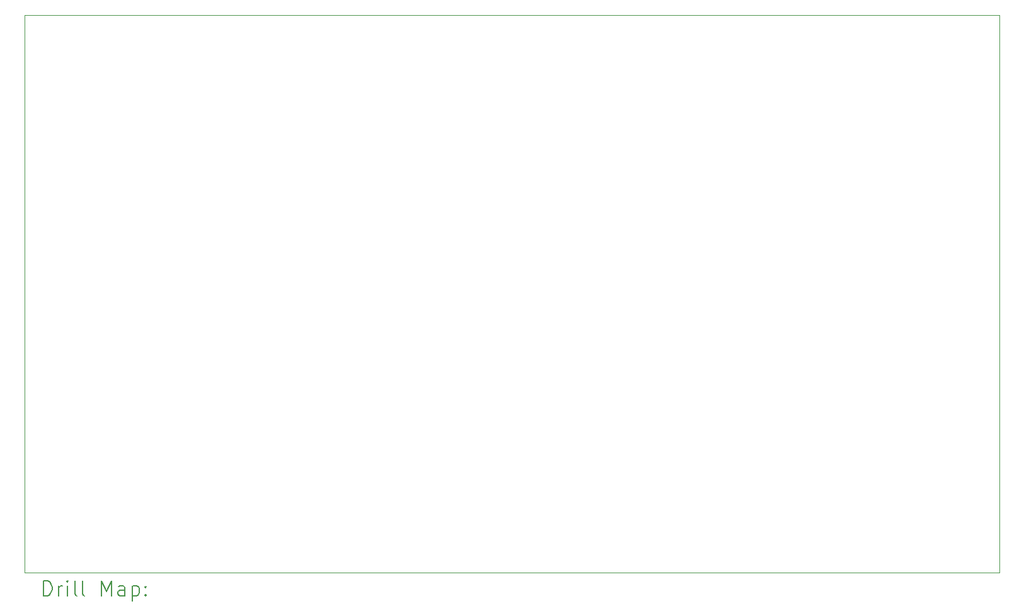
<source format=gbr>
%FSLAX45Y45*%
G04 Gerber Fmt 4.5, Leading zero omitted, Abs format (unit mm)*
G04 Created by KiCad (PCBNEW (6.0.0)) date 2022-01-24 11:55:10*
%MOMM*%
%LPD*%
G01*
G04 APERTURE LIST*
%TA.AperFunction,Profile*%
%ADD10C,0.050000*%
%TD*%
%ADD11C,0.200000*%
G04 APERTURE END LIST*
D10*
X7661000Y-11493715D02*
X7661000Y-3993715D01*
X7661000Y-11493715D02*
X8757000Y-11493715D01*
X20757000Y-11493715D02*
X8757000Y-11493715D01*
X7661000Y-3993715D02*
X8757000Y-3993715D01*
X8757000Y-3993715D02*
X20757000Y-3993715D01*
X20757000Y-3993715D02*
X20757000Y-11493715D01*
D11*
X7916119Y-11806691D02*
X7916119Y-11606691D01*
X7963738Y-11606691D01*
X7992309Y-11616215D01*
X8011357Y-11635263D01*
X8020881Y-11654311D01*
X8030405Y-11692406D01*
X8030405Y-11720977D01*
X8020881Y-11759072D01*
X8011357Y-11778120D01*
X7992309Y-11797168D01*
X7963738Y-11806691D01*
X7916119Y-11806691D01*
X8116119Y-11806691D02*
X8116119Y-11673358D01*
X8116119Y-11711453D02*
X8125643Y-11692406D01*
X8135167Y-11682882D01*
X8154214Y-11673358D01*
X8173262Y-11673358D01*
X8239928Y-11806691D02*
X8239928Y-11673358D01*
X8239928Y-11606691D02*
X8230405Y-11616215D01*
X8239928Y-11625739D01*
X8249452Y-11616215D01*
X8239928Y-11606691D01*
X8239928Y-11625739D01*
X8363738Y-11806691D02*
X8344690Y-11797168D01*
X8335167Y-11778120D01*
X8335167Y-11606691D01*
X8468500Y-11806691D02*
X8449452Y-11797168D01*
X8439929Y-11778120D01*
X8439929Y-11606691D01*
X8697071Y-11806691D02*
X8697071Y-11606691D01*
X8763738Y-11749549D01*
X8830405Y-11606691D01*
X8830405Y-11806691D01*
X9011357Y-11806691D02*
X9011357Y-11701930D01*
X9001833Y-11682882D01*
X8982786Y-11673358D01*
X8944690Y-11673358D01*
X8925643Y-11682882D01*
X9011357Y-11797168D02*
X8992310Y-11806691D01*
X8944690Y-11806691D01*
X8925643Y-11797168D01*
X8916119Y-11778120D01*
X8916119Y-11759072D01*
X8925643Y-11740025D01*
X8944690Y-11730501D01*
X8992310Y-11730501D01*
X9011357Y-11720977D01*
X9106595Y-11673358D02*
X9106595Y-11873358D01*
X9106595Y-11682882D02*
X9125643Y-11673358D01*
X9163738Y-11673358D01*
X9182786Y-11682882D01*
X9192310Y-11692406D01*
X9201833Y-11711453D01*
X9201833Y-11768596D01*
X9192310Y-11787644D01*
X9182786Y-11797168D01*
X9163738Y-11806691D01*
X9125643Y-11806691D01*
X9106595Y-11797168D01*
X9287548Y-11787644D02*
X9297071Y-11797168D01*
X9287548Y-11806691D01*
X9278024Y-11797168D01*
X9287548Y-11787644D01*
X9287548Y-11806691D01*
X9287548Y-11682882D02*
X9297071Y-11692406D01*
X9287548Y-11701930D01*
X9278024Y-11692406D01*
X9287548Y-11682882D01*
X9287548Y-11701930D01*
M02*

</source>
